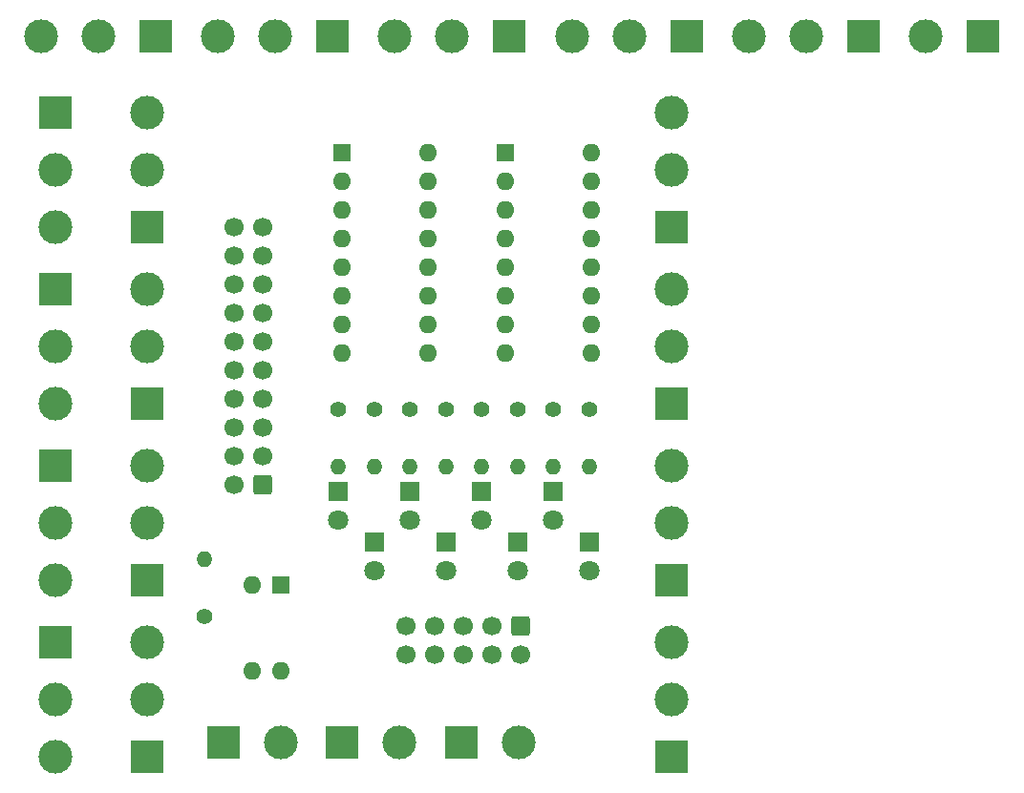
<source format=gbr>
%TF.GenerationSoftware,KiCad,Pcbnew,7.0.6*%
%TF.CreationDate,2023-09-19T12:35:55+08:00*%
%TF.ProjectId,Control Panel Motherboard,436f6e74-726f-46c2-9050-616e656c204d,0*%
%TF.SameCoordinates,Original*%
%TF.FileFunction,Soldermask,Bot*%
%TF.FilePolarity,Negative*%
%FSLAX46Y46*%
G04 Gerber Fmt 4.6, Leading zero omitted, Abs format (unit mm)*
G04 Created by KiCad (PCBNEW 7.0.6) date 2023-09-19 12:35:55*
%MOMM*%
%LPD*%
G01*
G04 APERTURE LIST*
G04 Aperture macros list*
%AMRoundRect*
0 Rectangle with rounded corners*
0 $1 Rounding radius*
0 $2 $3 $4 $5 $6 $7 $8 $9 X,Y pos of 4 corners*
0 Add a 4 corners polygon primitive as box body*
4,1,4,$2,$3,$4,$5,$6,$7,$8,$9,$2,$3,0*
0 Add four circle primitives for the rounded corners*
1,1,$1+$1,$2,$3*
1,1,$1+$1,$4,$5*
1,1,$1+$1,$6,$7*
1,1,$1+$1,$8,$9*
0 Add four rect primitives between the rounded corners*
20,1,$1+$1,$2,$3,$4,$5,0*
20,1,$1+$1,$4,$5,$6,$7,0*
20,1,$1+$1,$6,$7,$8,$9,0*
20,1,$1+$1,$8,$9,$2,$3,0*%
G04 Aperture macros list end*
%ADD10C,1.700000*%
%ADD11RoundRect,0.250000X-0.600000X0.600000X-0.600000X-0.600000X0.600000X-0.600000X0.600000X0.600000X0*%
%ADD12C,1.800000*%
%ADD13R,1.800000X1.800000*%
%ADD14R,3.000000X3.000000*%
%ADD15C,3.000000*%
%ADD16C,1.400000*%
%ADD17O,1.400000X1.400000*%
%ADD18R,1.600000X1.600000*%
%ADD19O,1.600000X1.600000*%
%ADD20RoundRect,0.250000X0.600000X0.600000X-0.600000X0.600000X-0.600000X-0.600000X0.600000X-0.600000X0*%
G04 APERTURE END LIST*
D10*
%TO.C,IDC_RF1*%
X36478400Y-59563000D03*
X36478400Y-57023000D03*
X39018400Y-59563000D03*
X39018400Y-57023000D03*
X41558400Y-59563000D03*
X41558400Y-57023000D03*
X44098400Y-59563000D03*
X44098400Y-57023000D03*
X46638400Y-59563000D03*
D11*
X46638400Y-57023000D03*
%TD*%
D12*
%TO.C,D8*%
X30434000Y-47549600D03*
D13*
X30434000Y-45009600D03*
%TD*%
D12*
%TO.C,D7*%
X33609000Y-52049600D03*
D13*
X33609000Y-49509600D03*
%TD*%
D12*
%TO.C,D6*%
X36784000Y-47549600D03*
D13*
X36784000Y-45009600D03*
%TD*%
D12*
%TO.C,D5*%
X39959000Y-52049600D03*
D13*
X39959000Y-49509600D03*
%TD*%
%TO.C,D4*%
X43134000Y-45009600D03*
D12*
X43134000Y-47549600D03*
%TD*%
%TO.C,D3*%
X46309000Y-52049600D03*
D13*
X46309000Y-49509600D03*
%TD*%
%TO.C,D2*%
X49484000Y-45009600D03*
D12*
X49484000Y-47549600D03*
%TD*%
%TO.C,D1*%
X52667650Y-52044200D03*
D13*
X52667650Y-49504200D03*
%TD*%
D14*
%TO.C,J12*%
X87546000Y-4635000D03*
D15*
X82466000Y-4635000D03*
%TD*%
%TO.C,J17*%
X66808600Y-4636000D03*
X71888600Y-4636000D03*
D14*
X76968600Y-4636000D03*
%TD*%
D16*
%TO.C,R9*%
X30434000Y-37776000D03*
D17*
X30434000Y-42856000D03*
%TD*%
D15*
%TO.C,J2*%
X5398000Y-37289400D03*
X5398000Y-32209400D03*
D14*
X5398000Y-27129400D03*
%TD*%
%TO.C,J7*%
X13462000Y-52961200D03*
D15*
X13462000Y-47881200D03*
X13462000Y-42801200D03*
%TD*%
D16*
%TO.C,R3*%
X49484000Y-37776000D03*
D17*
X49484000Y-42856000D03*
%TD*%
D18*
%TO.C,U2*%
X45267650Y-14986000D03*
D19*
X45267650Y-17526000D03*
X45267650Y-20066000D03*
X45267650Y-22606000D03*
X45267650Y-25146000D03*
X45267650Y-27686000D03*
X45267650Y-30226000D03*
X45267650Y-32766000D03*
X52887650Y-32766000D03*
X52887650Y-30226000D03*
X52887650Y-27686000D03*
X52887650Y-25146000D03*
X52887650Y-22606000D03*
X52887650Y-20066000D03*
X52887650Y-17526000D03*
X52887650Y-14986000D03*
%TD*%
D20*
%TO.C,J11*%
X23771400Y-44438000D03*
D10*
X21231400Y-44438000D03*
X23771400Y-41898000D03*
X21231400Y-41898000D03*
X23771400Y-39358000D03*
X21231400Y-39358000D03*
X23771400Y-36818000D03*
X21231400Y-36818000D03*
X23771400Y-34278000D03*
X21231400Y-34278000D03*
X23771400Y-31738000D03*
X21231400Y-31738000D03*
X23771400Y-29198000D03*
X21231400Y-29198000D03*
X23771400Y-26658000D03*
X21231400Y-26658000D03*
X23771400Y-24118000D03*
X21231400Y-24118000D03*
X23771400Y-21578000D03*
X21231400Y-21578000D03*
%TD*%
D15*
%TO.C,J8*%
X13462000Y-58470800D03*
X13462000Y-63550800D03*
D14*
X13462000Y-68630800D03*
%TD*%
%TO.C,J6*%
X13462000Y-37289400D03*
D15*
X13462000Y-32209400D03*
X13462000Y-27129400D03*
%TD*%
%TO.C,J1*%
X5398000Y-21613200D03*
X5398000Y-16533200D03*
D14*
X5398000Y-11453200D03*
%TD*%
D15*
%TO.C,J4*%
X5398000Y-68630800D03*
X5398000Y-63550800D03*
D14*
X5398000Y-58470800D03*
%TD*%
D16*
%TO.C,R5*%
X43134000Y-37776000D03*
D17*
X43134000Y-42856000D03*
%TD*%
D14*
%TO.C,J13*%
X14277000Y-4636000D03*
D15*
X9197000Y-4636000D03*
X4117000Y-4636000D03*
%TD*%
D14*
%TO.C,J9*%
X20236000Y-67348600D03*
D15*
X25316000Y-67348600D03*
%TD*%
D14*
%TO.C,J16*%
X61296800Y-4636000D03*
D15*
X56216800Y-4636000D03*
X51136800Y-4636000D03*
%TD*%
D17*
%TO.C,R7*%
X36784000Y-42856000D03*
D16*
X36784000Y-37776000D03*
%TD*%
D15*
%TO.C,J18*%
X60008000Y-11432200D03*
X60008000Y-16512200D03*
D14*
X60008000Y-21592200D03*
%TD*%
D15*
%TO.C,J22*%
X46464400Y-67348600D03*
D14*
X41384400Y-67348600D03*
%TD*%
%TO.C,J14*%
X29953200Y-4636000D03*
D15*
X24873200Y-4636000D03*
X19793200Y-4636000D03*
%TD*%
D14*
%TO.C,J10*%
X30802400Y-67348600D03*
D15*
X35882400Y-67348600D03*
%TD*%
D17*
%TO.C,R6*%
X39959000Y-42856000D03*
D16*
X39959000Y-37776000D03*
%TD*%
D15*
%TO.C,J21*%
X60008000Y-58449800D03*
X60008000Y-63529800D03*
D14*
X60008000Y-68609800D03*
%TD*%
D18*
%TO.C,U3*%
X30734000Y-14986000D03*
D19*
X30734000Y-17526000D03*
X30734000Y-20066000D03*
X30734000Y-22606000D03*
X30734000Y-25146000D03*
X30734000Y-27686000D03*
X30734000Y-30226000D03*
X30734000Y-32766000D03*
X38354000Y-32766000D03*
X38354000Y-30226000D03*
X38354000Y-27686000D03*
X38354000Y-25146000D03*
X38354000Y-22606000D03*
X38354000Y-20066000D03*
X38354000Y-17526000D03*
X38354000Y-14986000D03*
%TD*%
D16*
%TO.C,R8*%
X33609000Y-37776000D03*
D17*
X33609000Y-42856000D03*
%TD*%
D14*
%TO.C,J15*%
X45625000Y-4636000D03*
D15*
X40545000Y-4636000D03*
X35465000Y-4636000D03*
%TD*%
D14*
%TO.C,J3*%
X5398000Y-42801200D03*
D15*
X5398000Y-47881200D03*
X5398000Y-52961200D03*
%TD*%
D17*
%TO.C,R4*%
X46309000Y-42856000D03*
D16*
X46309000Y-37776000D03*
%TD*%
D14*
%TO.C,J20*%
X60008000Y-52940200D03*
D15*
X60008000Y-47860200D03*
X60008000Y-42780200D03*
%TD*%
D16*
%TO.C,R2*%
X52667650Y-37770600D03*
D17*
X52667650Y-42850600D03*
%TD*%
D14*
%TO.C,J19*%
X60008000Y-37268400D03*
D15*
X60008000Y-32188400D03*
X60008000Y-27108400D03*
%TD*%
D14*
%TO.C,J5*%
X13462000Y-21613200D03*
D15*
X13462000Y-16533200D03*
X13462000Y-11453200D03*
%TD*%
D16*
%TO.C,R1*%
X18601400Y-56169600D03*
D17*
X18601400Y-51089600D03*
%TD*%
D19*
%TO.C,U1*%
X25316000Y-60944600D03*
X22776000Y-60944600D03*
X22776000Y-53324600D03*
D18*
X25316000Y-53324600D03*
%TD*%
M02*

</source>
